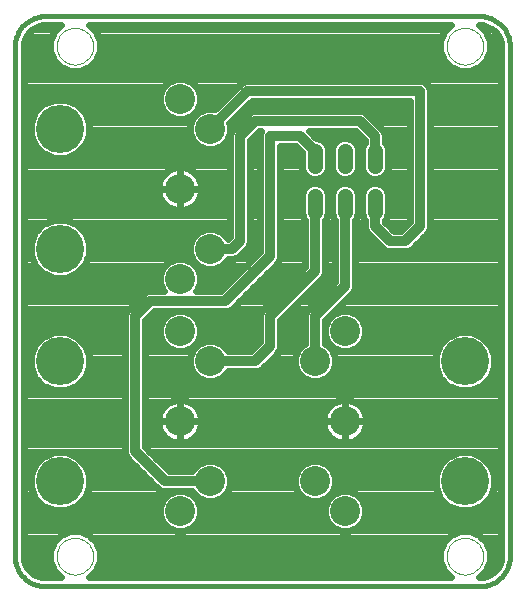
<source format=gbl>
G75*
G70*
%OFA0B0*%
%FSLAX24Y24*%
%IPPOS*%
%LPD*%
%AMOC8*
5,1,8,0,0,1.08239X$1,22.5*
%
%ADD10C,0.0000*%
%ADD11C,0.0160*%
%ADD12C,0.1000*%
%ADD13C,0.1600*%
%ADD14C,0.0515*%
%ADD15C,0.0320*%
%ADD16C,0.0240*%
D10*
X002118Y001728D02*
X002120Y001777D01*
X002126Y001826D01*
X002136Y001874D01*
X002149Y001921D01*
X002167Y001967D01*
X002188Y002011D01*
X002212Y002054D01*
X002240Y002094D01*
X002271Y002133D01*
X002305Y002168D01*
X002342Y002201D01*
X002381Y002230D01*
X002423Y002256D01*
X002466Y002279D01*
X002512Y002298D01*
X002558Y002314D01*
X002606Y002326D01*
X002654Y002334D01*
X002703Y002338D01*
X002753Y002338D01*
X002802Y002334D01*
X002850Y002326D01*
X002898Y002314D01*
X002944Y002298D01*
X002990Y002279D01*
X003033Y002256D01*
X003075Y002230D01*
X003114Y002201D01*
X003151Y002168D01*
X003185Y002133D01*
X003216Y002094D01*
X003244Y002054D01*
X003268Y002011D01*
X003289Y001967D01*
X003307Y001921D01*
X003320Y001874D01*
X003330Y001826D01*
X003336Y001777D01*
X003338Y001728D01*
X003336Y001679D01*
X003330Y001630D01*
X003320Y001582D01*
X003307Y001535D01*
X003289Y001489D01*
X003268Y001445D01*
X003244Y001402D01*
X003216Y001362D01*
X003185Y001323D01*
X003151Y001288D01*
X003114Y001255D01*
X003075Y001226D01*
X003033Y001200D01*
X002990Y001177D01*
X002944Y001158D01*
X002898Y001142D01*
X002850Y001130D01*
X002802Y001122D01*
X002753Y001118D01*
X002703Y001118D01*
X002654Y001122D01*
X002606Y001130D01*
X002558Y001142D01*
X002512Y001158D01*
X002466Y001177D01*
X002423Y001200D01*
X002381Y001226D01*
X002342Y001255D01*
X002305Y001288D01*
X002271Y001323D01*
X002240Y001362D01*
X002212Y001402D01*
X002188Y001445D01*
X002167Y001489D01*
X002149Y001535D01*
X002136Y001582D01*
X002126Y001630D01*
X002120Y001679D01*
X002118Y001728D01*
X015118Y001728D02*
X015120Y001777D01*
X015126Y001826D01*
X015136Y001874D01*
X015149Y001921D01*
X015167Y001967D01*
X015188Y002011D01*
X015212Y002054D01*
X015240Y002094D01*
X015271Y002133D01*
X015305Y002168D01*
X015342Y002201D01*
X015381Y002230D01*
X015423Y002256D01*
X015466Y002279D01*
X015512Y002298D01*
X015558Y002314D01*
X015606Y002326D01*
X015654Y002334D01*
X015703Y002338D01*
X015753Y002338D01*
X015802Y002334D01*
X015850Y002326D01*
X015898Y002314D01*
X015944Y002298D01*
X015990Y002279D01*
X016033Y002256D01*
X016075Y002230D01*
X016114Y002201D01*
X016151Y002168D01*
X016185Y002133D01*
X016216Y002094D01*
X016244Y002054D01*
X016268Y002011D01*
X016289Y001967D01*
X016307Y001921D01*
X016320Y001874D01*
X016330Y001826D01*
X016336Y001777D01*
X016338Y001728D01*
X016336Y001679D01*
X016330Y001630D01*
X016320Y001582D01*
X016307Y001535D01*
X016289Y001489D01*
X016268Y001445D01*
X016244Y001402D01*
X016216Y001362D01*
X016185Y001323D01*
X016151Y001288D01*
X016114Y001255D01*
X016075Y001226D01*
X016033Y001200D01*
X015990Y001177D01*
X015944Y001158D01*
X015898Y001142D01*
X015850Y001130D01*
X015802Y001122D01*
X015753Y001118D01*
X015703Y001118D01*
X015654Y001122D01*
X015606Y001130D01*
X015558Y001142D01*
X015512Y001158D01*
X015466Y001177D01*
X015423Y001200D01*
X015381Y001226D01*
X015342Y001255D01*
X015305Y001288D01*
X015271Y001323D01*
X015240Y001362D01*
X015212Y001402D01*
X015188Y001445D01*
X015167Y001489D01*
X015149Y001535D01*
X015136Y001582D01*
X015126Y001630D01*
X015120Y001679D01*
X015118Y001728D01*
X015118Y018728D02*
X015120Y018777D01*
X015126Y018826D01*
X015136Y018874D01*
X015149Y018921D01*
X015167Y018967D01*
X015188Y019011D01*
X015212Y019054D01*
X015240Y019094D01*
X015271Y019133D01*
X015305Y019168D01*
X015342Y019201D01*
X015381Y019230D01*
X015423Y019256D01*
X015466Y019279D01*
X015512Y019298D01*
X015558Y019314D01*
X015606Y019326D01*
X015654Y019334D01*
X015703Y019338D01*
X015753Y019338D01*
X015802Y019334D01*
X015850Y019326D01*
X015898Y019314D01*
X015944Y019298D01*
X015990Y019279D01*
X016033Y019256D01*
X016075Y019230D01*
X016114Y019201D01*
X016151Y019168D01*
X016185Y019133D01*
X016216Y019094D01*
X016244Y019054D01*
X016268Y019011D01*
X016289Y018967D01*
X016307Y018921D01*
X016320Y018874D01*
X016330Y018826D01*
X016336Y018777D01*
X016338Y018728D01*
X016336Y018679D01*
X016330Y018630D01*
X016320Y018582D01*
X016307Y018535D01*
X016289Y018489D01*
X016268Y018445D01*
X016244Y018402D01*
X016216Y018362D01*
X016185Y018323D01*
X016151Y018288D01*
X016114Y018255D01*
X016075Y018226D01*
X016033Y018200D01*
X015990Y018177D01*
X015944Y018158D01*
X015898Y018142D01*
X015850Y018130D01*
X015802Y018122D01*
X015753Y018118D01*
X015703Y018118D01*
X015654Y018122D01*
X015606Y018130D01*
X015558Y018142D01*
X015512Y018158D01*
X015466Y018177D01*
X015423Y018200D01*
X015381Y018226D01*
X015342Y018255D01*
X015305Y018288D01*
X015271Y018323D01*
X015240Y018362D01*
X015212Y018402D01*
X015188Y018445D01*
X015167Y018489D01*
X015149Y018535D01*
X015136Y018582D01*
X015126Y018630D01*
X015120Y018679D01*
X015118Y018728D01*
X002118Y018728D02*
X002120Y018777D01*
X002126Y018826D01*
X002136Y018874D01*
X002149Y018921D01*
X002167Y018967D01*
X002188Y019011D01*
X002212Y019054D01*
X002240Y019094D01*
X002271Y019133D01*
X002305Y019168D01*
X002342Y019201D01*
X002381Y019230D01*
X002423Y019256D01*
X002466Y019279D01*
X002512Y019298D01*
X002558Y019314D01*
X002606Y019326D01*
X002654Y019334D01*
X002703Y019338D01*
X002753Y019338D01*
X002802Y019334D01*
X002850Y019326D01*
X002898Y019314D01*
X002944Y019298D01*
X002990Y019279D01*
X003033Y019256D01*
X003075Y019230D01*
X003114Y019201D01*
X003151Y019168D01*
X003185Y019133D01*
X003216Y019094D01*
X003244Y019054D01*
X003268Y019011D01*
X003289Y018967D01*
X003307Y018921D01*
X003320Y018874D01*
X003330Y018826D01*
X003336Y018777D01*
X003338Y018728D01*
X003336Y018679D01*
X003330Y018630D01*
X003320Y018582D01*
X003307Y018535D01*
X003289Y018489D01*
X003268Y018445D01*
X003244Y018402D01*
X003216Y018362D01*
X003185Y018323D01*
X003151Y018288D01*
X003114Y018255D01*
X003075Y018226D01*
X003033Y018200D01*
X002990Y018177D01*
X002944Y018158D01*
X002898Y018142D01*
X002850Y018130D01*
X002802Y018122D01*
X002753Y018118D01*
X002703Y018118D01*
X002654Y018122D01*
X002606Y018130D01*
X002558Y018142D01*
X002512Y018158D01*
X002466Y018177D01*
X002423Y018200D01*
X002381Y018226D01*
X002342Y018255D01*
X002305Y018288D01*
X002271Y018323D01*
X002240Y018362D01*
X002212Y018402D01*
X002188Y018445D01*
X002167Y018489D01*
X002149Y018535D01*
X002136Y018582D01*
X002126Y018630D01*
X002120Y018679D01*
X002118Y018728D01*
D11*
X001728Y019728D02*
X001668Y019726D01*
X001607Y019721D01*
X001548Y019712D01*
X001489Y019699D01*
X001431Y019683D01*
X001373Y019663D01*
X001318Y019640D01*
X001263Y019613D01*
X001211Y019584D01*
X001160Y019551D01*
X001111Y019515D01*
X001065Y019477D01*
X001021Y019435D01*
X000979Y019391D01*
X000941Y019345D01*
X000905Y019296D01*
X000872Y019245D01*
X000843Y019193D01*
X000816Y019138D01*
X000793Y019083D01*
X000773Y019025D01*
X000757Y018967D01*
X000744Y018908D01*
X000735Y018849D01*
X000730Y018788D01*
X000728Y018728D01*
X000728Y001728D01*
X000730Y001668D01*
X000735Y001607D01*
X000744Y001548D01*
X000757Y001489D01*
X000773Y001431D01*
X000793Y001373D01*
X000816Y001318D01*
X000843Y001263D01*
X000872Y001211D01*
X000905Y001160D01*
X000941Y001111D01*
X000979Y001065D01*
X001021Y001021D01*
X001065Y000979D01*
X001111Y000941D01*
X001160Y000905D01*
X001211Y000872D01*
X001263Y000843D01*
X001318Y000816D01*
X001373Y000793D01*
X001431Y000773D01*
X001489Y000757D01*
X001548Y000744D01*
X001607Y000735D01*
X001668Y000730D01*
X001728Y000728D01*
X016228Y000728D01*
X016291Y000730D01*
X016353Y000736D01*
X016415Y000746D01*
X016477Y000759D01*
X016537Y000777D01*
X016596Y000798D01*
X016654Y000823D01*
X016710Y000852D01*
X016764Y000884D01*
X016816Y000919D01*
X016865Y000957D01*
X016913Y000999D01*
X016957Y001043D01*
X016999Y001091D01*
X017037Y001140D01*
X017072Y001192D01*
X017104Y001246D01*
X017133Y001302D01*
X017158Y001360D01*
X017179Y001419D01*
X017197Y001479D01*
X017210Y001541D01*
X017220Y001603D01*
X017226Y001665D01*
X017228Y001728D01*
X017228Y018728D01*
X017226Y018788D01*
X017221Y018849D01*
X017212Y018908D01*
X017199Y018967D01*
X017183Y019026D01*
X017163Y019083D01*
X017140Y019138D01*
X017113Y019193D01*
X017084Y019245D01*
X017051Y019296D01*
X017015Y019345D01*
X016977Y019391D01*
X016935Y019435D01*
X016891Y019477D01*
X016845Y019515D01*
X016796Y019551D01*
X016745Y019584D01*
X016693Y019613D01*
X016638Y019640D01*
X016583Y019663D01*
X016526Y019683D01*
X016467Y019699D01*
X016408Y019712D01*
X016349Y019721D01*
X016288Y019726D01*
X016228Y019728D01*
X001728Y019728D01*
D12*
X006228Y016978D03*
X007228Y015978D03*
X006228Y013978D03*
X007228Y011978D03*
X006228Y010978D03*
X006228Y009228D03*
X007228Y008228D03*
X006228Y006228D03*
X007228Y004228D03*
X006228Y003228D03*
X010728Y004228D03*
X011728Y003228D03*
X011728Y006228D03*
X010728Y008228D03*
X011728Y009228D03*
D13*
X015728Y008228D03*
X015728Y004228D03*
X002228Y004228D03*
X002228Y008228D03*
X002228Y011978D03*
X002228Y015978D03*
D14*
X010728Y015243D02*
X010728Y014728D01*
X010728Y013728D02*
X010728Y013213D01*
X011728Y013213D02*
X011728Y013728D01*
X011728Y014728D02*
X011728Y015243D01*
X012728Y015243D02*
X012728Y014728D01*
X012728Y013728D02*
X012728Y013213D01*
D15*
X012728Y012728D02*
X013228Y012228D01*
X013728Y012228D01*
X014228Y012728D01*
X014228Y017228D01*
X008478Y017228D01*
X007228Y015978D01*
X008228Y015728D02*
X008728Y016228D01*
X012228Y016228D01*
X012728Y015728D01*
X012728Y014728D01*
X012728Y013728D02*
X012728Y012728D01*
X011728Y013728D02*
X011728Y010728D01*
X010728Y009728D01*
X010728Y008228D01*
X009228Y008728D02*
X009228Y009728D01*
X010728Y011228D01*
X010728Y013728D01*
X010728Y014728D02*
X010728Y015228D01*
X010228Y015728D01*
X009228Y015728D01*
X009228Y011728D01*
X007728Y010228D01*
X005228Y010228D01*
X004728Y009728D01*
X004728Y005228D01*
X005728Y004228D01*
X007228Y004228D01*
X007228Y008228D02*
X008728Y008228D01*
X009228Y008728D01*
X007978Y011978D02*
X007228Y011978D01*
X007978Y011978D02*
X008228Y012228D01*
X008228Y015728D01*
D16*
X001104Y001410D02*
X001233Y001233D01*
X001410Y001104D01*
X001618Y001036D01*
X001728Y001028D01*
X002254Y001028D01*
X002024Y001258D01*
X001898Y001563D01*
X001898Y001893D01*
X002024Y002198D01*
X002258Y002432D01*
X002563Y002558D01*
X002893Y002558D01*
X003198Y002432D01*
X003432Y002198D01*
X003558Y001893D01*
X003558Y001563D01*
X003432Y001258D01*
X003202Y001028D01*
X015254Y001028D01*
X015024Y001258D01*
X014898Y001563D01*
X014898Y001893D01*
X015024Y002198D01*
X015258Y002432D01*
X015563Y002558D01*
X015893Y002558D01*
X016198Y002432D01*
X016432Y002198D01*
X016558Y001893D01*
X016558Y001563D01*
X016432Y001258D01*
X016202Y001028D01*
X016228Y001028D01*
X016337Y001036D01*
X016546Y001104D01*
X016723Y001233D01*
X016852Y001410D01*
X016919Y001618D01*
X016928Y001728D01*
X016928Y018668D01*
X016928Y018680D01*
X016928Y018728D01*
X016919Y018837D01*
X016852Y019046D01*
X016723Y019223D01*
X016546Y019352D01*
X016337Y019419D01*
X016228Y019428D01*
X016202Y019428D01*
X016432Y019198D01*
X016558Y018893D01*
X016558Y018563D01*
X016432Y018258D01*
X016198Y018024D01*
X015893Y017898D01*
X015563Y017898D01*
X015258Y018024D01*
X015024Y018258D01*
X014898Y018563D01*
X014898Y018893D01*
X015024Y019198D01*
X015254Y019428D01*
X003202Y019428D01*
X003432Y019198D01*
X003558Y018893D01*
X003558Y018563D01*
X003432Y018258D01*
X003198Y018024D01*
X002893Y017898D01*
X002563Y017898D01*
X002258Y018024D01*
X002024Y018258D01*
X001898Y018563D01*
X001898Y018893D01*
X002024Y019198D01*
X002254Y019428D01*
X001788Y019428D01*
X001779Y019428D01*
X001728Y019428D01*
X001618Y019419D01*
X001410Y019352D01*
X001233Y019223D01*
X001104Y019046D01*
X001036Y018837D01*
X001036Y018837D01*
X001028Y018728D01*
X001028Y001788D01*
X001028Y001728D01*
X001036Y001618D01*
X001104Y001410D01*
X001113Y001398D02*
X001966Y001398D01*
X002122Y001159D02*
X001334Y001159D01*
X001035Y001636D02*
X001898Y001636D01*
X001898Y001875D02*
X001028Y001875D01*
X001028Y002113D02*
X001989Y002113D01*
X002178Y002352D02*
X001028Y002352D01*
X001028Y002590D02*
X006016Y002590D01*
X006095Y002558D02*
X006361Y002558D01*
X006607Y002660D01*
X006796Y002848D01*
X006898Y003095D01*
X006898Y003361D01*
X006796Y003607D01*
X006607Y003796D01*
X006361Y003898D01*
X006095Y003898D01*
X005848Y003796D01*
X005660Y003607D01*
X005558Y003361D01*
X005558Y003095D01*
X005660Y002848D01*
X005848Y002660D01*
X006095Y002558D01*
X006440Y002590D02*
X011516Y002590D01*
X011595Y002558D02*
X011861Y002558D01*
X012107Y002660D01*
X012296Y002848D01*
X012398Y003095D01*
X012398Y003361D01*
X012296Y003607D01*
X012107Y003796D01*
X011861Y003898D01*
X011595Y003898D01*
X011348Y003796D01*
X011160Y003607D01*
X011058Y003361D01*
X011058Y003095D01*
X011160Y002848D01*
X011348Y002660D01*
X011595Y002558D01*
X011940Y002590D02*
X016928Y002590D01*
X016928Y002352D02*
X016278Y002352D01*
X016467Y002113D02*
X016928Y002113D01*
X016928Y001875D02*
X016558Y001875D01*
X016558Y001636D02*
X016921Y001636D01*
X016843Y001398D02*
X016490Y001398D01*
X016621Y001159D02*
X016333Y001159D01*
X015122Y001159D02*
X003333Y001159D01*
X003490Y001398D02*
X014966Y001398D01*
X014898Y001636D02*
X003558Y001636D01*
X003558Y001875D02*
X014898Y001875D01*
X014989Y002113D02*
X003467Y002113D01*
X003278Y002352D02*
X015178Y002352D01*
X015535Y003258D02*
X015921Y003258D01*
X016277Y003406D01*
X016550Y003678D01*
X016698Y004035D01*
X016698Y004421D01*
X016550Y004777D01*
X016277Y005050D01*
X015921Y005198D01*
X015535Y005198D01*
X015178Y005050D01*
X014906Y004777D01*
X014758Y004421D01*
X014758Y004035D01*
X014906Y003678D01*
X015178Y003406D01*
X015535Y003258D01*
X015419Y003306D02*
X012398Y003306D01*
X012387Y003067D02*
X016928Y003067D01*
X016928Y002829D02*
X012276Y002829D01*
X012322Y003545D02*
X015039Y003545D01*
X014862Y003783D02*
X012120Y003783D01*
X011336Y003783D02*
X011231Y003783D01*
X011296Y003848D02*
X011398Y004095D01*
X011398Y004361D01*
X011296Y004607D01*
X011107Y004796D01*
X010861Y004898D01*
X010595Y004898D01*
X010348Y004796D01*
X010160Y004607D01*
X010058Y004361D01*
X010058Y004095D01*
X010160Y003848D01*
X010348Y003660D01*
X010595Y003558D01*
X010861Y003558D01*
X011107Y003660D01*
X011296Y003848D01*
X011368Y004022D02*
X014763Y004022D01*
X014758Y004260D02*
X011398Y004260D01*
X011341Y004499D02*
X014790Y004499D01*
X014889Y004737D02*
X011166Y004737D01*
X011496Y005545D02*
X011587Y005520D01*
X011681Y005508D01*
X011723Y005508D01*
X011723Y006223D01*
X011733Y006223D01*
X011733Y006233D01*
X012448Y006233D01*
X012448Y006275D01*
X012436Y006369D01*
X012411Y006460D01*
X012375Y006547D01*
X012328Y006629D01*
X012270Y006704D01*
X012204Y006770D01*
X012129Y006828D01*
X012047Y006875D01*
X011960Y006911D01*
X011869Y006936D01*
X011775Y006948D01*
X011733Y006948D01*
X011733Y006233D01*
X011723Y006233D01*
X011723Y006948D01*
X011681Y006948D01*
X011587Y006936D01*
X011496Y006911D01*
X011409Y006875D01*
X011327Y006828D01*
X011252Y006770D01*
X011185Y006704D01*
X011128Y006629D01*
X011081Y006547D01*
X011045Y006460D01*
X011020Y006369D01*
X011008Y006275D01*
X011008Y006233D01*
X011723Y006233D01*
X011723Y006223D01*
X011008Y006223D01*
X011008Y006181D01*
X011020Y006087D01*
X011045Y005996D01*
X011081Y005909D01*
X011128Y005827D01*
X011185Y005752D01*
X011252Y005685D01*
X011327Y005628D01*
X011409Y005581D01*
X011496Y005545D01*
X011733Y005508D02*
X011775Y005508D01*
X011869Y005520D01*
X011960Y005545D01*
X012047Y005581D01*
X012129Y005628D01*
X012204Y005685D01*
X012270Y005752D01*
X012328Y005827D01*
X012375Y005909D01*
X012411Y005996D01*
X012436Y006087D01*
X012448Y006181D01*
X012448Y006223D01*
X011733Y006223D01*
X011733Y005508D01*
X011723Y005691D02*
X011733Y005691D01*
X011723Y005930D02*
X011733Y005930D01*
X011723Y006169D02*
X011733Y006169D01*
X011723Y006407D02*
X011733Y006407D01*
X011723Y006646D02*
X011733Y006646D01*
X011723Y006884D02*
X011733Y006884D01*
X012025Y006884D02*
X016928Y006884D01*
X016928Y006646D02*
X012315Y006646D01*
X012425Y006407D02*
X016928Y006407D01*
X016928Y006169D02*
X012446Y006169D01*
X012384Y005930D02*
X016928Y005930D01*
X016928Y005691D02*
X012210Y005691D01*
X011246Y005691D02*
X006710Y005691D01*
X006704Y005685D02*
X006770Y005752D01*
X006828Y005827D01*
X006875Y005909D01*
X006911Y005996D01*
X006936Y006087D01*
X006948Y006181D01*
X006948Y006223D01*
X006233Y006223D01*
X006233Y006233D01*
X006948Y006233D01*
X006948Y006275D01*
X006936Y006369D01*
X006911Y006460D01*
X006875Y006547D01*
X006828Y006629D01*
X006770Y006704D01*
X006704Y006770D01*
X006629Y006828D01*
X006547Y006875D01*
X006460Y006911D01*
X006369Y006936D01*
X006275Y006948D01*
X006233Y006948D01*
X006233Y006233D01*
X006223Y006233D01*
X006223Y006948D01*
X006181Y006948D01*
X006087Y006936D01*
X005996Y006911D01*
X005909Y006875D01*
X005827Y006828D01*
X005752Y006770D01*
X005685Y006704D01*
X005628Y006629D01*
X005581Y006547D01*
X005545Y006460D01*
X005520Y006369D01*
X005508Y006275D01*
X005508Y006233D01*
X006223Y006233D01*
X006223Y006223D01*
X006233Y006223D01*
X006233Y005508D01*
X006275Y005508D01*
X006369Y005520D01*
X006460Y005545D01*
X006547Y005581D01*
X006629Y005628D01*
X006704Y005685D01*
X006884Y005930D02*
X011072Y005930D01*
X011009Y006169D02*
X006946Y006169D01*
X006925Y006407D02*
X011031Y006407D01*
X011141Y006646D02*
X006815Y006646D01*
X006525Y006884D02*
X011431Y006884D01*
X011107Y007660D02*
X010861Y007558D01*
X010595Y007558D01*
X010348Y007660D01*
X010160Y007848D01*
X010058Y008095D01*
X010058Y008361D01*
X010160Y008607D01*
X010348Y008796D01*
X010398Y008816D01*
X010398Y009662D01*
X010398Y009794D01*
X010448Y009915D01*
X011398Y010865D01*
X011398Y012938D01*
X011365Y012971D01*
X011300Y013128D01*
X011300Y013813D01*
X011365Y013970D01*
X011486Y014090D01*
X011643Y014155D01*
X011813Y014155D01*
X011970Y014090D01*
X012090Y013970D01*
X012155Y013813D01*
X012155Y013128D01*
X012090Y012971D01*
X012058Y012938D01*
X012058Y010662D01*
X012008Y010541D01*
X011915Y010448D01*
X011058Y009591D01*
X011058Y008816D01*
X011107Y008796D01*
X011296Y008607D01*
X011398Y008361D01*
X011398Y008095D01*
X011296Y007848D01*
X011107Y007660D01*
X010962Y007600D02*
X014984Y007600D01*
X014906Y007678D02*
X015178Y007406D01*
X015535Y007258D01*
X015921Y007258D01*
X016277Y007406D01*
X016550Y007678D01*
X016698Y008035D01*
X016698Y008421D01*
X016550Y008777D01*
X016277Y009050D01*
X015921Y009198D01*
X015535Y009198D01*
X015178Y009050D01*
X014906Y008777D01*
X014758Y008421D01*
X014758Y008035D01*
X014906Y007678D01*
X014839Y007838D02*
X011286Y007838D01*
X011390Y008077D02*
X014758Y008077D01*
X014758Y008315D02*
X011398Y008315D01*
X011318Y008554D02*
X014813Y008554D01*
X014921Y008793D02*
X012240Y008793D01*
X012296Y008848D02*
X012398Y009095D01*
X012398Y009361D01*
X012296Y009607D01*
X012107Y009796D01*
X011861Y009898D01*
X011595Y009898D01*
X011348Y009796D01*
X011160Y009607D01*
X011058Y009361D01*
X011058Y009095D01*
X011160Y008848D01*
X011348Y008660D01*
X011595Y008558D01*
X011861Y008558D01*
X012107Y008660D01*
X012296Y008848D01*
X012371Y009031D02*
X015159Y009031D01*
X016296Y009031D02*
X016928Y009031D01*
X016928Y009270D02*
X012398Y009270D01*
X012337Y009508D02*
X016928Y009508D01*
X016928Y009747D02*
X012156Y009747D01*
X011690Y010224D02*
X016928Y010224D01*
X016928Y009985D02*
X011452Y009985D01*
X011299Y009747D02*
X011213Y009747D01*
X011119Y009508D02*
X011058Y009508D01*
X011058Y009270D02*
X011058Y009270D01*
X011058Y009031D02*
X011084Y009031D01*
X011111Y008793D02*
X011216Y008793D01*
X010398Y009031D02*
X009558Y009031D01*
X009558Y009270D02*
X010398Y009270D01*
X010398Y009508D02*
X009558Y009508D01*
X009558Y009591D02*
X010915Y010948D01*
X011008Y011041D01*
X011058Y011162D01*
X011058Y012938D01*
X011090Y012971D01*
X011155Y013128D01*
X011155Y013813D01*
X011090Y013970D01*
X010970Y014090D01*
X010813Y014155D01*
X010643Y014155D01*
X010486Y014090D01*
X010365Y013970D01*
X010300Y013813D01*
X010300Y013128D01*
X010365Y012971D01*
X010398Y012938D01*
X010398Y011365D01*
X008948Y009915D01*
X008898Y009794D01*
X008898Y009662D01*
X008898Y008865D01*
X008591Y008558D01*
X007816Y008558D01*
X007796Y008607D01*
X007607Y008796D01*
X007361Y008898D01*
X007095Y008898D01*
X006848Y008796D01*
X006660Y008607D01*
X006558Y008361D01*
X006558Y008095D01*
X006660Y007848D01*
X006848Y007660D01*
X007095Y007558D01*
X007361Y007558D01*
X007607Y007660D01*
X007796Y007848D01*
X007816Y007898D01*
X008662Y007898D01*
X008794Y007898D01*
X008915Y007948D01*
X009415Y008448D01*
X009508Y008541D01*
X009558Y008662D01*
X009558Y009591D01*
X009713Y009747D02*
X010398Y009747D01*
X010519Y009985D02*
X009952Y009985D01*
X010190Y010224D02*
X010757Y010224D01*
X010996Y010462D02*
X010429Y010462D01*
X010668Y010701D02*
X011234Y010701D01*
X011398Y010939D02*
X010906Y010939D01*
X011058Y011178D02*
X011398Y011178D01*
X011398Y011416D02*
X011058Y011416D01*
X011058Y011655D02*
X011398Y011655D01*
X011398Y011894D02*
X011058Y011894D01*
X011058Y012132D02*
X011398Y012132D01*
X011398Y012371D02*
X011058Y012371D01*
X011058Y012609D02*
X011398Y012609D01*
X011398Y012848D02*
X011058Y012848D01*
X011138Y013086D02*
X011318Y013086D01*
X011300Y013325D02*
X011155Y013325D01*
X011155Y013563D02*
X011300Y013563D01*
X011300Y013802D02*
X011155Y013802D01*
X011020Y014040D02*
X011436Y014040D01*
X011486Y014365D02*
X011643Y014300D01*
X011813Y014300D01*
X011970Y014365D01*
X012090Y014486D01*
X012155Y014643D01*
X012155Y015328D01*
X012090Y015485D01*
X011970Y015605D01*
X011813Y015670D01*
X011643Y015670D01*
X011486Y015605D01*
X011365Y015485D01*
X011300Y015328D01*
X011300Y014643D01*
X011365Y014486D01*
X011486Y014365D01*
X011352Y014518D02*
X011103Y014518D01*
X011090Y014486D02*
X011155Y014643D01*
X011155Y015328D01*
X011090Y015485D01*
X010970Y015605D01*
X010813Y015670D01*
X010752Y015670D01*
X010524Y015898D01*
X012091Y015898D01*
X012398Y015591D01*
X012398Y015517D01*
X012365Y015485D01*
X012300Y015328D01*
X012300Y014643D01*
X012365Y014486D01*
X012486Y014365D01*
X012643Y014300D01*
X012813Y014300D01*
X012970Y014365D01*
X013090Y014486D01*
X013155Y014643D01*
X013155Y015328D01*
X013090Y015485D01*
X013058Y015517D01*
X013058Y015794D01*
X013008Y015915D01*
X012915Y016008D01*
X012915Y016008D01*
X012508Y016415D01*
X012415Y016508D01*
X012294Y016558D01*
X008662Y016558D01*
X008541Y016508D01*
X008448Y016415D01*
X007948Y015915D01*
X007898Y015794D01*
X007898Y015662D01*
X007898Y012365D01*
X007841Y012308D01*
X007816Y012308D01*
X007796Y012357D01*
X007607Y012546D01*
X007361Y012648D01*
X007095Y012648D01*
X006848Y012546D01*
X006660Y012357D01*
X006558Y012111D01*
X006558Y011845D01*
X006660Y011598D01*
X006848Y011410D01*
X007095Y011308D01*
X007361Y011308D01*
X007607Y011410D01*
X007796Y011598D01*
X007816Y011648D01*
X007912Y011648D01*
X008044Y011648D01*
X008165Y011698D01*
X008415Y011948D01*
X008508Y012041D01*
X008558Y012162D01*
X008558Y015591D01*
X008865Y015898D01*
X008941Y015898D01*
X008898Y015794D01*
X008898Y015662D01*
X008898Y011865D01*
X007591Y010558D01*
X006755Y010558D01*
X006796Y010598D01*
X006898Y010845D01*
X006898Y011111D01*
X006796Y011357D01*
X006607Y011546D01*
X006361Y011648D01*
X006095Y011648D01*
X005848Y011546D01*
X005660Y011357D01*
X005558Y011111D01*
X005558Y010845D01*
X005660Y010598D01*
X005700Y010558D01*
X005162Y010558D01*
X005041Y010508D01*
X004948Y010415D01*
X004448Y009915D01*
X004398Y009794D01*
X004398Y009662D01*
X004398Y005162D01*
X004448Y005041D01*
X004541Y004948D01*
X005541Y003948D01*
X005662Y003898D01*
X005794Y003898D01*
X006639Y003898D01*
X006660Y003848D01*
X006848Y003660D01*
X007095Y003558D01*
X007361Y003558D01*
X007607Y003660D01*
X007796Y003848D01*
X007898Y004095D01*
X007898Y004361D01*
X007796Y004607D01*
X007607Y004796D01*
X007361Y004898D01*
X007095Y004898D01*
X006848Y004796D01*
X006660Y004607D01*
X006639Y004558D01*
X005865Y004558D01*
X005058Y005365D01*
X005058Y009591D01*
X005365Y009898D01*
X007662Y009898D01*
X007794Y009898D01*
X007915Y009948D01*
X009415Y011448D01*
X009508Y011541D01*
X009558Y011662D01*
X009558Y015398D01*
X010091Y015398D01*
X010300Y015189D01*
X010300Y014643D01*
X010365Y014486D01*
X010486Y014365D01*
X010643Y014300D01*
X010813Y014300D01*
X010970Y014365D01*
X011090Y014486D01*
X011155Y014756D02*
X011300Y014756D01*
X011300Y014995D02*
X011155Y014995D01*
X011155Y015233D02*
X011300Y015233D01*
X011360Y015472D02*
X011096Y015472D01*
X010712Y015710D02*
X012279Y015710D01*
X012360Y015472D02*
X012096Y015472D01*
X012155Y015233D02*
X012300Y015233D01*
X012300Y014995D02*
X012155Y014995D01*
X012155Y014756D02*
X012300Y014756D01*
X012352Y014518D02*
X012103Y014518D01*
X012020Y014040D02*
X012436Y014040D01*
X012486Y014090D02*
X012365Y013970D01*
X012300Y013813D01*
X012300Y013128D01*
X012365Y012971D01*
X012398Y012938D01*
X012398Y012794D01*
X012398Y012662D01*
X012448Y012541D01*
X012948Y012041D01*
X013041Y011948D01*
X013162Y011898D01*
X013662Y011898D01*
X013794Y011898D01*
X013915Y011948D01*
X014415Y012448D01*
X014508Y012541D01*
X014558Y012662D01*
X014558Y017162D01*
X014558Y017294D01*
X014508Y017415D01*
X014415Y017508D01*
X014294Y017558D01*
X008544Y017558D01*
X008412Y017558D01*
X008291Y017508D01*
X007411Y016627D01*
X007361Y016648D01*
X007095Y016648D01*
X006848Y016546D01*
X006660Y016357D01*
X006558Y016111D01*
X006558Y015845D01*
X006660Y015598D01*
X006848Y015410D01*
X007095Y015308D01*
X007361Y015308D01*
X007607Y015410D01*
X007796Y015598D01*
X007898Y015845D01*
X007898Y016111D01*
X007877Y016161D01*
X008615Y016898D01*
X013898Y016898D01*
X013898Y012865D01*
X013591Y012558D01*
X013365Y012558D01*
X013058Y012865D01*
X013058Y012938D01*
X013090Y012971D01*
X013155Y013128D01*
X013155Y013813D01*
X013090Y013970D01*
X012970Y014090D01*
X012813Y014155D01*
X012643Y014155D01*
X012486Y014090D01*
X012300Y013802D02*
X012155Y013802D01*
X012155Y013563D02*
X012300Y013563D01*
X012300Y013325D02*
X012155Y013325D01*
X012138Y013086D02*
X012318Y013086D01*
X012398Y012848D02*
X012058Y012848D01*
X012058Y012609D02*
X012420Y012609D01*
X012618Y012371D02*
X012058Y012371D01*
X012058Y012132D02*
X012857Y012132D01*
X013313Y012609D02*
X013643Y012609D01*
X013881Y012848D02*
X013075Y012848D01*
X013138Y013086D02*
X013898Y013086D01*
X013898Y013325D02*
X013155Y013325D01*
X013155Y013563D02*
X013898Y013563D01*
X013898Y013802D02*
X013155Y013802D01*
X013020Y014040D02*
X013898Y014040D01*
X013898Y014279D02*
X009558Y014279D01*
X009558Y014040D02*
X010436Y014040D01*
X010300Y013802D02*
X009558Y013802D01*
X009558Y013563D02*
X010300Y013563D01*
X010300Y013325D02*
X009558Y013325D01*
X009558Y013086D02*
X010318Y013086D01*
X010398Y012848D02*
X009558Y012848D01*
X009558Y012609D02*
X010398Y012609D01*
X010398Y012371D02*
X009558Y012371D01*
X009558Y012132D02*
X010398Y012132D01*
X010398Y011894D02*
X009558Y011894D01*
X009555Y011655D02*
X010398Y011655D01*
X010398Y011416D02*
X009383Y011416D01*
X009145Y011178D02*
X010211Y011178D01*
X009973Y010939D02*
X008906Y010939D01*
X008668Y010701D02*
X009734Y010701D01*
X009496Y010462D02*
X008429Y010462D01*
X008190Y010224D02*
X009257Y010224D01*
X009019Y009985D02*
X007952Y009985D01*
X007734Y010701D02*
X006838Y010701D01*
X006898Y010939D02*
X007973Y010939D01*
X008211Y011178D02*
X006870Y011178D01*
X006842Y011416D02*
X006737Y011416D01*
X006636Y011655D02*
X003144Y011655D01*
X003198Y011785D02*
X003050Y011428D01*
X002777Y011156D01*
X002421Y011008D01*
X002035Y011008D01*
X001678Y011156D01*
X001406Y011428D01*
X001258Y011785D01*
X001258Y012171D01*
X001406Y012527D01*
X001678Y012800D01*
X002035Y012948D01*
X002421Y012948D01*
X002777Y012800D01*
X003050Y012527D01*
X003198Y012171D01*
X003198Y011785D01*
X003198Y011894D02*
X006558Y011894D01*
X006567Y012132D02*
X003198Y012132D01*
X003115Y012371D02*
X006673Y012371D01*
X007001Y012609D02*
X002968Y012609D01*
X002662Y012848D02*
X007898Y012848D01*
X007898Y013086D02*
X001028Y013086D01*
X001028Y012848D02*
X001793Y012848D01*
X001487Y012609D02*
X001028Y012609D01*
X001028Y012371D02*
X001341Y012371D01*
X001258Y012132D02*
X001028Y012132D01*
X001028Y011894D02*
X001258Y011894D01*
X001312Y011655D02*
X001028Y011655D01*
X001028Y011416D02*
X001417Y011416D01*
X001656Y011178D02*
X001028Y011178D01*
X001028Y010939D02*
X005558Y010939D01*
X005586Y011178D02*
X002800Y011178D01*
X003038Y011416D02*
X005719Y011416D01*
X005617Y010701D02*
X001028Y010701D01*
X001028Y010462D02*
X004996Y010462D01*
X004757Y010224D02*
X001028Y010224D01*
X001028Y009985D02*
X004519Y009985D01*
X004398Y009747D02*
X001028Y009747D01*
X001028Y009508D02*
X004398Y009508D01*
X004398Y009270D02*
X001028Y009270D01*
X001028Y009031D02*
X001659Y009031D01*
X001678Y009050D02*
X001406Y008777D01*
X001258Y008421D01*
X001258Y008035D01*
X001406Y007678D01*
X001678Y007406D01*
X002035Y007258D01*
X002421Y007258D01*
X002777Y007406D01*
X003050Y007678D01*
X003198Y008035D01*
X003198Y008421D01*
X003050Y008777D01*
X002777Y009050D01*
X002421Y009198D01*
X002035Y009198D01*
X001678Y009050D01*
X001421Y008793D02*
X001028Y008793D01*
X001028Y008554D02*
X001313Y008554D01*
X001258Y008315D02*
X001028Y008315D01*
X001028Y008077D02*
X001258Y008077D01*
X001339Y007838D02*
X001028Y007838D01*
X001028Y007600D02*
X001484Y007600D01*
X001785Y007361D02*
X001028Y007361D01*
X001028Y007123D02*
X004398Y007123D01*
X004398Y007361D02*
X002670Y007361D01*
X002972Y007600D02*
X004398Y007600D01*
X004398Y007838D02*
X003116Y007838D01*
X003198Y008077D02*
X004398Y008077D01*
X004398Y008315D02*
X003198Y008315D01*
X003143Y008554D02*
X004398Y008554D01*
X004398Y008793D02*
X003035Y008793D01*
X002796Y009031D02*
X004398Y009031D01*
X005058Y009031D02*
X005584Y009031D01*
X005558Y009095D02*
X005558Y009361D01*
X005660Y009607D01*
X005848Y009796D01*
X006095Y009898D01*
X006361Y009898D01*
X006607Y009796D01*
X006796Y009607D01*
X006898Y009361D01*
X006898Y009095D01*
X006796Y008848D01*
X006607Y008660D01*
X006361Y008558D01*
X006095Y008558D01*
X005848Y008660D01*
X005660Y008848D01*
X005558Y009095D01*
X005558Y009270D02*
X005058Y009270D01*
X005058Y009508D02*
X005619Y009508D01*
X005799Y009747D02*
X005213Y009747D01*
X005058Y008793D02*
X005716Y008793D01*
X005058Y008554D02*
X006638Y008554D01*
X006558Y008315D02*
X005058Y008315D01*
X005058Y008077D02*
X006565Y008077D01*
X006670Y007838D02*
X005058Y007838D01*
X005058Y007600D02*
X006993Y007600D01*
X007462Y007600D02*
X010493Y007600D01*
X010170Y007838D02*
X007786Y007838D01*
X007611Y008793D02*
X008826Y008793D01*
X008898Y009031D02*
X006871Y009031D01*
X006898Y009270D02*
X008898Y009270D01*
X008898Y009508D02*
X006837Y009508D01*
X006656Y009747D02*
X008898Y009747D01*
X009558Y008793D02*
X010345Y008793D01*
X010138Y008554D02*
X009513Y008554D01*
X009282Y008315D02*
X010058Y008315D01*
X010065Y008077D02*
X009044Y008077D01*
X006845Y008793D02*
X006740Y008793D01*
X005058Y007361D02*
X015285Y007361D01*
X016170Y007361D02*
X016928Y007361D01*
X016928Y007123D02*
X005058Y007123D01*
X005058Y006884D02*
X005931Y006884D01*
X006223Y006884D02*
X006233Y006884D01*
X006223Y006646D02*
X006233Y006646D01*
X006223Y006407D02*
X006233Y006407D01*
X006223Y006223D02*
X005508Y006223D01*
X005508Y006181D01*
X005520Y006087D01*
X005545Y005996D01*
X005581Y005909D01*
X005628Y005827D01*
X005685Y005752D01*
X005752Y005685D01*
X005827Y005628D01*
X005909Y005581D01*
X005996Y005545D01*
X006087Y005520D01*
X006181Y005508D01*
X006223Y005508D01*
X006223Y006223D01*
X006223Y006169D02*
X006233Y006169D01*
X006223Y005930D02*
X006233Y005930D01*
X006223Y005691D02*
X006233Y005691D01*
X005746Y005691D02*
X005058Y005691D01*
X005058Y005453D02*
X016928Y005453D01*
X016928Y005214D02*
X005208Y005214D01*
X005447Y004976D02*
X015104Y004976D01*
X016352Y004976D02*
X016928Y004976D01*
X016928Y004737D02*
X016567Y004737D01*
X016666Y004499D02*
X016928Y004499D01*
X016928Y004260D02*
X016698Y004260D01*
X016692Y004022D02*
X016928Y004022D01*
X016928Y003783D02*
X016594Y003783D01*
X016416Y003545D02*
X016928Y003545D01*
X016928Y003306D02*
X016037Y003306D01*
X016472Y007600D02*
X016928Y007600D01*
X016928Y007838D02*
X016616Y007838D01*
X016698Y008077D02*
X016928Y008077D01*
X016928Y008315D02*
X016698Y008315D01*
X016643Y008554D02*
X016928Y008554D01*
X016928Y008793D02*
X016535Y008793D01*
X016928Y010462D02*
X011929Y010462D01*
X012058Y010701D02*
X016928Y010701D01*
X016928Y010939D02*
X012058Y010939D01*
X012058Y011178D02*
X016928Y011178D01*
X016928Y011416D02*
X012058Y011416D01*
X012058Y011655D02*
X016928Y011655D01*
X016928Y011894D02*
X012058Y011894D01*
X014099Y012132D02*
X016928Y012132D01*
X016928Y012371D02*
X014337Y012371D01*
X014536Y012609D02*
X016928Y012609D01*
X016928Y012848D02*
X014558Y012848D01*
X014558Y013086D02*
X016928Y013086D01*
X016928Y013325D02*
X014558Y013325D01*
X014558Y013563D02*
X016928Y013563D01*
X016928Y013802D02*
X014558Y013802D01*
X014558Y014040D02*
X016928Y014040D01*
X016928Y014279D02*
X014558Y014279D01*
X014558Y014518D02*
X016928Y014518D01*
X016928Y014756D02*
X014558Y014756D01*
X014558Y014995D02*
X016928Y014995D01*
X016928Y015233D02*
X014558Y015233D01*
X014558Y015472D02*
X016928Y015472D01*
X016928Y015710D02*
X014558Y015710D01*
X014558Y015949D02*
X016928Y015949D01*
X016928Y016187D02*
X014558Y016187D01*
X014558Y016426D02*
X016928Y016426D01*
X016928Y016664D02*
X014558Y016664D01*
X014558Y016903D02*
X016928Y016903D01*
X016928Y017142D02*
X014558Y017142D01*
X014522Y017380D02*
X016928Y017380D01*
X016928Y017619D02*
X006432Y017619D01*
X006361Y017648D02*
X006095Y017648D01*
X005848Y017546D01*
X005660Y017357D01*
X005558Y017111D01*
X005558Y016845D01*
X005660Y016598D01*
X005848Y016410D01*
X006095Y016308D01*
X006361Y016308D01*
X006607Y016410D01*
X006796Y016598D01*
X006898Y016845D01*
X006898Y017111D01*
X006796Y017357D01*
X006607Y017546D01*
X006361Y017648D01*
X006024Y017619D02*
X001028Y017619D01*
X001028Y017857D02*
X016928Y017857D01*
X016928Y018096D02*
X016270Y018096D01*
X016463Y018334D02*
X016928Y018334D01*
X016928Y018573D02*
X016558Y018573D01*
X016558Y018811D02*
X016921Y018811D01*
X016848Y019050D02*
X016493Y019050D01*
X016633Y019288D02*
X016341Y019288D01*
X015114Y019288D02*
X003341Y019288D01*
X003493Y019050D02*
X014963Y019050D01*
X014898Y018811D02*
X003558Y018811D01*
X003558Y018573D02*
X014898Y018573D01*
X014992Y018334D02*
X003463Y018334D01*
X003270Y018096D02*
X015186Y018096D01*
X013898Y016664D02*
X008381Y016664D01*
X008459Y016426D02*
X008143Y016426D01*
X008221Y016187D02*
X007904Y016187D01*
X007898Y015949D02*
X007982Y015949D01*
X007898Y015710D02*
X007842Y015710D01*
X007898Y015472D02*
X007669Y015472D01*
X007898Y015233D02*
X002855Y015233D01*
X002777Y015156D02*
X003050Y015428D01*
X003198Y015785D01*
X003198Y016171D01*
X003050Y016527D01*
X002777Y016800D01*
X002421Y016948D01*
X002035Y016948D01*
X001678Y016800D01*
X001406Y016527D01*
X001258Y016171D01*
X001258Y015785D01*
X001406Y015428D01*
X001678Y015156D01*
X002035Y015008D01*
X002421Y015008D01*
X002777Y015156D01*
X003068Y015472D02*
X006786Y015472D01*
X006614Y015710D02*
X003167Y015710D01*
X003198Y015949D02*
X006558Y015949D01*
X006589Y016187D02*
X003191Y016187D01*
X003092Y016426D02*
X005832Y016426D01*
X005632Y016664D02*
X002913Y016664D01*
X002529Y016903D02*
X005558Y016903D01*
X005570Y017142D02*
X001028Y017142D01*
X001028Y017380D02*
X005683Y017380D01*
X006623Y016426D02*
X006728Y016426D01*
X006823Y016664D02*
X007448Y016664D01*
X007686Y016903D02*
X006898Y016903D01*
X006885Y017142D02*
X007925Y017142D01*
X008163Y017380D02*
X006773Y017380D01*
X008558Y015472D02*
X008898Y015472D01*
X008898Y015710D02*
X008677Y015710D01*
X008558Y015233D02*
X008898Y015233D01*
X008898Y014995D02*
X008558Y014995D01*
X008558Y014756D02*
X008898Y014756D01*
X008898Y014518D02*
X008558Y014518D01*
X008558Y014279D02*
X008898Y014279D01*
X008898Y014040D02*
X008558Y014040D01*
X008558Y013802D02*
X008898Y013802D01*
X008898Y013563D02*
X008558Y013563D01*
X008558Y013325D02*
X008898Y013325D01*
X008898Y013086D02*
X008558Y013086D01*
X008558Y012848D02*
X008898Y012848D01*
X008898Y012609D02*
X008558Y012609D01*
X008558Y012371D02*
X008898Y012371D01*
X008898Y012132D02*
X008545Y012132D01*
X008360Y011894D02*
X008898Y011894D01*
X008688Y011655D02*
X008061Y011655D01*
X008450Y011416D02*
X007614Y011416D01*
X007783Y012371D02*
X007898Y012371D01*
X007898Y012609D02*
X007454Y012609D01*
X007898Y013325D02*
X006533Y013325D01*
X006547Y013331D02*
X006629Y013378D01*
X006704Y013435D01*
X006770Y013502D01*
X006828Y013577D01*
X006875Y013659D01*
X006911Y013746D01*
X006936Y013837D01*
X006948Y013931D01*
X006948Y013973D01*
X006233Y013973D01*
X006233Y013983D01*
X006948Y013983D01*
X006948Y014025D01*
X006936Y014119D01*
X006911Y014210D01*
X006875Y014297D01*
X006828Y014379D01*
X006770Y014454D01*
X006704Y014520D01*
X006629Y014578D01*
X006547Y014625D01*
X006460Y014661D01*
X006369Y014686D01*
X006275Y014698D01*
X006233Y014698D01*
X006233Y013983D01*
X006223Y013983D01*
X006223Y014698D01*
X006181Y014698D01*
X006087Y014686D01*
X005996Y014661D01*
X005909Y014625D01*
X005827Y014578D01*
X005752Y014520D01*
X005685Y014454D01*
X005628Y014379D01*
X005581Y014297D01*
X005545Y014210D01*
X005520Y014119D01*
X005508Y014025D01*
X005508Y013983D01*
X006223Y013983D01*
X006223Y013973D01*
X006233Y013973D01*
X006233Y013258D01*
X006275Y013258D01*
X006369Y013270D01*
X006460Y013295D01*
X006547Y013331D01*
X006817Y013563D02*
X007898Y013563D01*
X007898Y013802D02*
X006926Y013802D01*
X006946Y014040D02*
X007898Y014040D01*
X007898Y014279D02*
X006882Y014279D01*
X006706Y014518D02*
X007898Y014518D01*
X007898Y014756D02*
X001028Y014756D01*
X001028Y014995D02*
X007898Y014995D01*
X009558Y014995D02*
X010300Y014995D01*
X010300Y014756D02*
X009558Y014756D01*
X009558Y014518D02*
X010352Y014518D01*
X010256Y015233D02*
X009558Y015233D01*
X012496Y016426D02*
X013898Y016426D01*
X013898Y016187D02*
X012735Y016187D01*
X012508Y016415D02*
X012508Y016415D01*
X012974Y015949D02*
X013898Y015949D01*
X013898Y015710D02*
X013058Y015710D01*
X013096Y015472D02*
X013898Y015472D01*
X013898Y015233D02*
X013155Y015233D01*
X013155Y014995D02*
X013898Y014995D01*
X013898Y014756D02*
X013155Y014756D01*
X013103Y014518D02*
X013898Y014518D01*
X006233Y014518D02*
X006223Y014518D01*
X006223Y014279D02*
X006233Y014279D01*
X006223Y014040D02*
X006233Y014040D01*
X006223Y013973D02*
X005508Y013973D01*
X005508Y013931D01*
X005520Y013837D01*
X005545Y013746D01*
X005581Y013659D01*
X005628Y013577D01*
X005685Y013502D01*
X005752Y013435D01*
X005827Y013378D01*
X005909Y013331D01*
X005996Y013295D01*
X006087Y013270D01*
X006181Y013258D01*
X006223Y013258D01*
X006223Y013973D01*
X006223Y013802D02*
X006233Y013802D01*
X006223Y013563D02*
X006233Y013563D01*
X006223Y013325D02*
X006233Y013325D01*
X005923Y013325D02*
X001028Y013325D01*
X001028Y013563D02*
X005638Y013563D01*
X005530Y013802D02*
X001028Y013802D01*
X001028Y014040D02*
X005510Y014040D01*
X005573Y014279D02*
X001028Y014279D01*
X001028Y014518D02*
X005749Y014518D01*
X002186Y018096D02*
X001028Y018096D01*
X001028Y018334D02*
X001992Y018334D01*
X001898Y018573D02*
X001028Y018573D01*
X001034Y018811D02*
X001898Y018811D01*
X001963Y019050D02*
X001107Y019050D01*
X001323Y019288D02*
X002114Y019288D01*
X001927Y016903D02*
X001028Y016903D01*
X001028Y016664D02*
X001543Y016664D01*
X001364Y016426D02*
X001028Y016426D01*
X001028Y016187D02*
X001265Y016187D01*
X001258Y015949D02*
X001028Y015949D01*
X001028Y015710D02*
X001289Y015710D01*
X001388Y015472D02*
X001028Y015472D01*
X001028Y015233D02*
X001601Y015233D01*
X001028Y006884D02*
X004398Y006884D01*
X004398Y006646D02*
X001028Y006646D01*
X001028Y006407D02*
X004398Y006407D01*
X004398Y006169D02*
X001028Y006169D01*
X001028Y005930D02*
X004398Y005930D01*
X004398Y005691D02*
X001028Y005691D01*
X001028Y005453D02*
X004398Y005453D01*
X004398Y005214D02*
X001028Y005214D01*
X001028Y004976D02*
X001604Y004976D01*
X001678Y005050D02*
X001406Y004777D01*
X001258Y004421D01*
X001258Y004035D01*
X001406Y003678D01*
X001678Y003406D01*
X002035Y003258D01*
X002421Y003258D01*
X002777Y003406D01*
X003050Y003678D01*
X003198Y004035D01*
X003198Y004421D01*
X003050Y004777D01*
X002777Y005050D01*
X002421Y005198D01*
X002035Y005198D01*
X001678Y005050D01*
X001389Y004737D02*
X001028Y004737D01*
X001028Y004499D02*
X001290Y004499D01*
X001258Y004260D02*
X001028Y004260D01*
X001028Y004022D02*
X001263Y004022D01*
X001362Y003783D02*
X001028Y003783D01*
X001028Y003545D02*
X001539Y003545D01*
X001919Y003306D02*
X001028Y003306D01*
X001028Y003067D02*
X005569Y003067D01*
X005679Y002829D02*
X001028Y002829D01*
X002537Y003306D02*
X005558Y003306D01*
X005634Y003545D02*
X002916Y003545D01*
X003094Y003783D02*
X005836Y003783D01*
X005467Y004022D02*
X003192Y004022D01*
X003198Y004260D02*
X005229Y004260D01*
X004990Y004499D02*
X003166Y004499D01*
X003067Y004737D02*
X004752Y004737D01*
X004513Y004976D02*
X002852Y004976D01*
X005058Y005930D02*
X005572Y005930D01*
X005509Y006169D02*
X005058Y006169D01*
X005058Y006407D02*
X005531Y006407D01*
X005641Y006646D02*
X005058Y006646D01*
X005685Y004737D02*
X006790Y004737D01*
X007666Y004737D02*
X010290Y004737D01*
X010115Y004499D02*
X007841Y004499D01*
X007898Y004260D02*
X010058Y004260D01*
X010088Y004022D02*
X007868Y004022D01*
X007731Y003783D02*
X010225Y003783D01*
X011058Y003306D02*
X006898Y003306D01*
X006887Y003067D02*
X011069Y003067D01*
X011179Y002829D02*
X006776Y002829D01*
X006822Y003545D02*
X011134Y003545D01*
X006725Y003783D02*
X006620Y003783D01*
M02*

</source>
